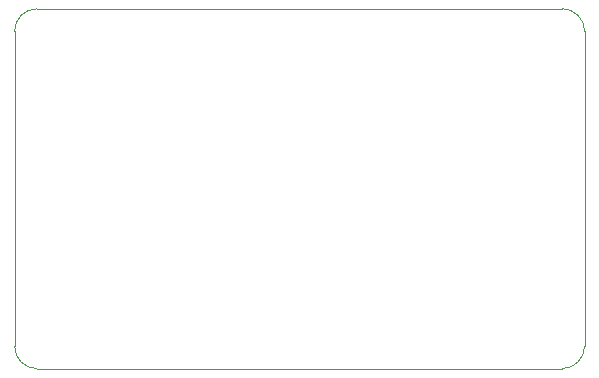
<source format=gm1>
G04 #@! TF.GenerationSoftware,KiCad,Pcbnew,5.1.5-52549c5~84~ubuntu19.04.1*
G04 #@! TF.CreationDate,2019-12-10T10:59:35+01:00*
G04 #@! TF.ProjectId,jlink-tagConnect-adapter-v2,6a6c696e-6b2d-4746-9167-436f6e6e6563,rev?*
G04 #@! TF.SameCoordinates,Original*
G04 #@! TF.FileFunction,Profile,NP*
%FSLAX46Y46*%
G04 Gerber Fmt 4.6, Leading zero omitted, Abs format (unit mm)*
G04 Created by KiCad (PCBNEW 5.1.5-52549c5~84~ubuntu19.04.1) date 2019-12-10 10:59:35*
%MOMM*%
%LPD*%
G04 APERTURE LIST*
%ADD10C,0.050000*%
G04 APERTURE END LIST*
D10*
X91440000Y-121920000D02*
G75*
G02X89535000Y-120015000I0J1905000D01*
G01*
X89535000Y-93345000D02*
G75*
G02X91440000Y-91440000I1905000J0D01*
G01*
X135890000Y-91440000D02*
G75*
G02X137795000Y-93345000I0J-1905000D01*
G01*
X137795000Y-120015000D02*
G75*
G02X135890000Y-121920000I-1905000J0D01*
G01*
X135890000Y-91440000D02*
X91440000Y-91440000D01*
X137795000Y-120015000D02*
X137795000Y-93345000D01*
X91440000Y-121920000D02*
X135890000Y-121920000D01*
X89535000Y-93345000D02*
X89535000Y-120015000D01*
M02*

</source>
